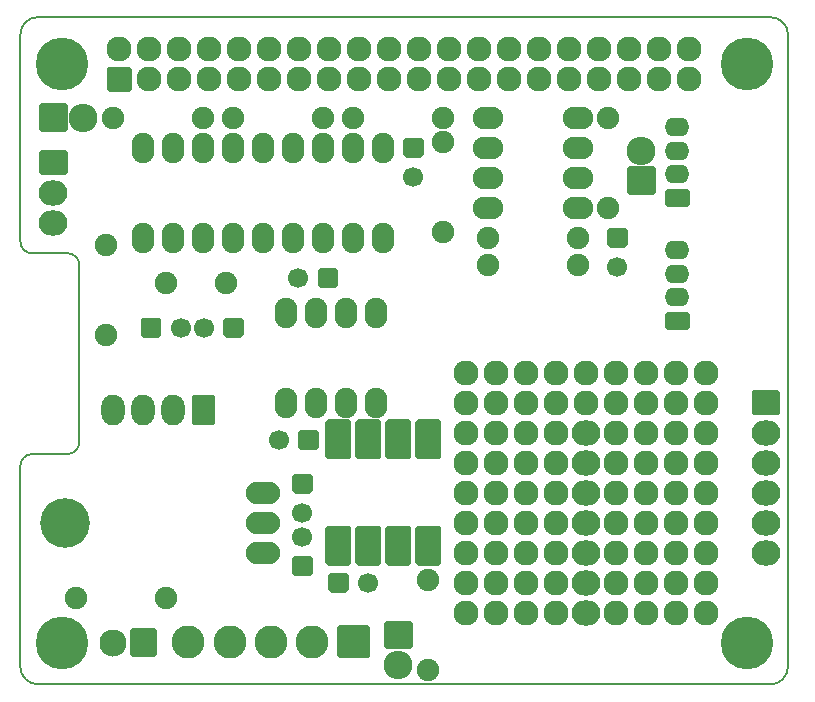
<source format=gbs>
%TF.GenerationSoftware,KiCad,Pcbnew,5.1.10-88a1d61d58~88~ubuntu20.04.1*%
%TF.CreationDate,2021-05-27T11:01:54+02:00*%
%TF.ProjectId,RPi-MCP2515,5250692d-4d43-4503-9235-31352e6b6963,rev?*%
%TF.SameCoordinates,Original*%
%TF.FileFunction,Soldermask,Bot*%
%TF.FilePolarity,Negative*%
%FSLAX46Y46*%
G04 Gerber Fmt 4.6, Leading zero omitted, Abs format (unit mm)*
G04 Created by KiCad (PCBNEW 5.1.10-88a1d61d58~88~ubuntu20.04.1) date 2021-05-27 11:01:54*
%MOMM*%
%LPD*%
G01*
G04 APERTURE LIST*
%TA.AperFunction,Profile*%
%ADD10C,0.150000*%
%TD*%
%ADD11C,4.464000*%
%ADD12O,2.099260X1.598880*%
%ADD13O,2.127200X2.127200*%
%ADD14O,1.901140X2.599640*%
%ADD15C,1.700000*%
%ADD16C,1.900000*%
%ADD17C,2.300000*%
%ADD18O,2.432000X2.432000*%
%ADD19O,2.899360X1.901140*%
%ADD20C,4.199840*%
%ADD21C,2.127200*%
%ADD22O,2.432000X2.127200*%
%ADD23O,2.000200X2.597100*%
%ADD24C,2.800000*%
%ADD25O,2.599640X1.901140*%
G04 APERTURE END LIST*
D10*
X129500000Y-71500000D02*
X191500000Y-71500000D01*
X128000000Y-90500000D02*
X128000000Y-73000000D01*
X128000000Y-90500000D02*
G75*
G03*
X129000000Y-91500000I1000000J0D01*
G01*
X129000000Y-91500000D02*
X132000000Y-91500000D01*
X133000000Y-92500000D02*
G75*
G03*
X132000000Y-91500000I-1000000J0D01*
G01*
X133000000Y-107500000D02*
X133000000Y-92500000D01*
X128000000Y-126500000D02*
X128000000Y-109500000D01*
X129000000Y-108500000D02*
X132000000Y-108500000D01*
X132000000Y-108500000D02*
G75*
G03*
X133000000Y-107500000I0J1000000D01*
G01*
X129000000Y-108500000D02*
G75*
G03*
X128000000Y-109500000I0J-1000000D01*
G01*
X191500000Y-128000000D02*
X129500000Y-128000000D01*
X193000000Y-73000000D02*
X193000000Y-126500000D01*
X129500000Y-71500000D02*
G75*
G03*
X128000000Y-73000000I0J-1500000D01*
G01*
X128000000Y-126500000D02*
G75*
G03*
X129500000Y-128000000I1500000J0D01*
G01*
X191500000Y-128000000D02*
G75*
G03*
X193000000Y-126500000I0J1500000D01*
G01*
X193000000Y-73000000D02*
G75*
G03*
X191500000Y-71500000I-1500000J0D01*
G01*
D11*
%TO.C,REF\u002A\u002A*%
X189500000Y-75500000D03*
%TD*%
%TO.C,P5*%
G36*
G01*
X184491630Y-98033180D02*
X182792370Y-98033180D01*
G75*
G02*
X182592370Y-97833180I0J200000D01*
G01*
X182592370Y-96634300D01*
G75*
G02*
X182792370Y-96434300I200000J0D01*
G01*
X184491630Y-96434300D01*
G75*
G02*
X184691630Y-96634300I0J-200000D01*
G01*
X184691630Y-97833180D01*
G75*
G02*
X184491630Y-98033180I-200000J0D01*
G01*
G37*
D12*
X183642000Y-95234760D03*
X183642000Y-93233240D03*
X183642000Y-91234260D03*
%TD*%
D11*
%TO.C,REF\u002A\u002A*%
X131500000Y-124500000D03*
%TD*%
%TO.C,REF\u002A\u002A*%
X131500000Y-75500000D03*
%TD*%
%TO.C,P1*%
G36*
G01*
X135309000Y-77622400D02*
X135309000Y-75895200D01*
G75*
G02*
X135509000Y-75695200I200000J0D01*
G01*
X137236200Y-75695200D01*
G75*
G02*
X137436200Y-75895200I0J-200000D01*
G01*
X137436200Y-77622400D01*
G75*
G02*
X137236200Y-77822400I-200000J0D01*
G01*
X135509000Y-77822400D01*
G75*
G02*
X135309000Y-77622400I0J200000D01*
G01*
G37*
D13*
X136372600Y-74218800D03*
X138912600Y-76758800D03*
X138912600Y-74218800D03*
X141452600Y-76758800D03*
X141452600Y-74218800D03*
X143992600Y-76758800D03*
X143992600Y-74218800D03*
X146532600Y-76758800D03*
X146532600Y-74218800D03*
X149072600Y-76758800D03*
X149072600Y-74218800D03*
X151612600Y-76758800D03*
X151612600Y-74218800D03*
X154152600Y-76758800D03*
X154152600Y-74218800D03*
X156692600Y-76758800D03*
X156692600Y-74218800D03*
X159232600Y-76758800D03*
X159232600Y-74218800D03*
X161772600Y-76758800D03*
X161772600Y-74218800D03*
X164312600Y-76758800D03*
X164312600Y-74218800D03*
X166852600Y-76758800D03*
X166852600Y-74218800D03*
X169392600Y-76758800D03*
X169392600Y-74218800D03*
X171932600Y-76758800D03*
X171932600Y-74218800D03*
X174472600Y-76758800D03*
X174472600Y-74218800D03*
X177012600Y-76758800D03*
X177012600Y-74218800D03*
X179552600Y-76758800D03*
X179552600Y-74218800D03*
X182092600Y-76758800D03*
X182092600Y-74218800D03*
X184632600Y-76758800D03*
X184632600Y-74218800D03*
%TD*%
D14*
%TO.C,U2*%
X150495000Y-96520000D03*
X153035000Y-96520000D03*
X155575000Y-96520000D03*
X158115000Y-96520000D03*
X158115000Y-104140000D03*
X155575000Y-104140000D03*
X153035000Y-104140000D03*
X150495000Y-104140000D03*
%TD*%
%TO.C,C3*%
G36*
G01*
X160640000Y-81700000D02*
X161940000Y-81700000D01*
G75*
G02*
X162140000Y-81900000I0J-200000D01*
G01*
X162140000Y-83200000D01*
G75*
G02*
X161940000Y-83400000I-200000J0D01*
G01*
X160640000Y-83400000D01*
G75*
G02*
X160440000Y-83200000I0J200000D01*
G01*
X160440000Y-81900000D01*
G75*
G02*
X160640000Y-81700000I200000J0D01*
G01*
G37*
D15*
X161290000Y-85050000D03*
%TD*%
D16*
%TO.C,R1*%
X146050000Y-80010000D03*
X153670000Y-80010000D03*
%TD*%
%TO.C,C1*%
G36*
G01*
X146900000Y-97140000D02*
X146900000Y-98440000D01*
G75*
G02*
X146700000Y-98640000I-200000J0D01*
G01*
X145400000Y-98640000D01*
G75*
G02*
X145200000Y-98440000I0J200000D01*
G01*
X145200000Y-97140000D01*
G75*
G02*
X145400000Y-96940000I200000J0D01*
G01*
X146700000Y-96940000D01*
G75*
G02*
X146900000Y-97140000I0J-200000D01*
G01*
G37*
D15*
X143550000Y-97790000D03*
%TD*%
%TO.C,C2*%
G36*
G01*
X138215000Y-98440000D02*
X138215000Y-97140000D01*
G75*
G02*
X138415000Y-96940000I200000J0D01*
G01*
X139715000Y-96940000D01*
G75*
G02*
X139915000Y-97140000I0J-200000D01*
G01*
X139915000Y-98440000D01*
G75*
G02*
X139715000Y-98640000I-200000J0D01*
G01*
X138415000Y-98640000D01*
G75*
G02*
X138215000Y-98440000I0J200000D01*
G01*
G37*
X141565000Y-97790000D03*
%TD*%
%TO.C,C4*%
G36*
G01*
X177912000Y-89320000D02*
X179212000Y-89320000D01*
G75*
G02*
X179412000Y-89520000I0J-200000D01*
G01*
X179412000Y-90820000D01*
G75*
G02*
X179212000Y-91020000I-200000J0D01*
G01*
X177912000Y-91020000D01*
G75*
G02*
X177712000Y-90820000I0J200000D01*
G01*
X177712000Y-89520000D01*
G75*
G02*
X177912000Y-89320000I200000J0D01*
G01*
G37*
X178562000Y-92670000D03*
%TD*%
D16*
%TO.C,R3*%
X163830000Y-80010000D03*
X156210000Y-80010000D03*
%TD*%
%TO.C,R4*%
X135255000Y-90805000D03*
X135255000Y-98425000D03*
%TD*%
%TO.C,C5*%
G36*
G01*
X154901000Y-92923600D02*
X154901000Y-94223600D01*
G75*
G02*
X154701000Y-94423600I-200000J0D01*
G01*
X153401000Y-94423600D01*
G75*
G02*
X153201000Y-94223600I0J200000D01*
G01*
X153201000Y-92923600D01*
G75*
G02*
X153401000Y-92723600I200000J0D01*
G01*
X154701000Y-92723600D01*
G75*
G02*
X154901000Y-92923600I0J-200000D01*
G01*
G37*
D15*
X151551000Y-93573600D03*
%TD*%
D16*
%TO.C,R2*%
X135890000Y-80010000D03*
X143510000Y-80010000D03*
%TD*%
D11*
%TO.C,REF\u002A\u002A*%
X189500000Y-124500000D03*
%TD*%
%TO.C,C6*%
G36*
G01*
X151242000Y-110148000D02*
X152542000Y-110148000D01*
G75*
G02*
X152742000Y-110348000I0J-200000D01*
G01*
X152742000Y-111648000D01*
G75*
G02*
X152542000Y-111848000I-200000J0D01*
G01*
X151242000Y-111848000D01*
G75*
G02*
X151042000Y-111648000I0J200000D01*
G01*
X151042000Y-110348000D01*
G75*
G02*
X151242000Y-110148000I200000J0D01*
G01*
G37*
D15*
X151892000Y-113498000D03*
%TD*%
%TO.C,C7*%
G36*
G01*
X152542000Y-118833000D02*
X151242000Y-118833000D01*
G75*
G02*
X151042000Y-118633000I0J200000D01*
G01*
X151042000Y-117333000D01*
G75*
G02*
X151242000Y-117133000I200000J0D01*
G01*
X152542000Y-117133000D01*
G75*
G02*
X152742000Y-117333000I0J-200000D01*
G01*
X152742000Y-118633000D01*
G75*
G02*
X152542000Y-118833000I-200000J0D01*
G01*
G37*
X151892000Y-115483000D03*
%TD*%
%TO.C,D1*%
G36*
G01*
X137480000Y-123260000D02*
X139380000Y-123260000D01*
G75*
G02*
X139580000Y-123460000I0J-200000D01*
G01*
X139580000Y-125460000D01*
G75*
G02*
X139380000Y-125660000I-200000J0D01*
G01*
X137480000Y-125660000D01*
G75*
G02*
X137280000Y-125460000I0J200000D01*
G01*
X137280000Y-123460000D01*
G75*
G02*
X137480000Y-123260000I200000J0D01*
G01*
G37*
D17*
X135890000Y-124460000D03*
%TD*%
%TO.C,P6*%
G36*
G01*
X161236000Y-122809000D02*
X161236000Y-124841000D01*
G75*
G02*
X161036000Y-125041000I-200000J0D01*
G01*
X159004000Y-125041000D01*
G75*
G02*
X158804000Y-124841000I0J200000D01*
G01*
X158804000Y-122809000D01*
G75*
G02*
X159004000Y-122609000I200000J0D01*
G01*
X161036000Y-122609000D01*
G75*
G02*
X161236000Y-122809000I0J-200000D01*
G01*
G37*
D18*
X160020000Y-126365000D03*
%TD*%
D16*
%TO.C,R5*%
X132715000Y-120650000D03*
X140335000Y-120650000D03*
%TD*%
D19*
%TO.C,U7*%
X148590000Y-114300000D03*
X148590000Y-111760000D03*
X148590000Y-116840000D03*
D20*
X131826000Y-114300000D03*
%TD*%
%TO.C,U6*%
G36*
G01*
X153840000Y-108760000D02*
X153840000Y-105760000D01*
G75*
G02*
X154040000Y-105560000I200000J0D01*
G01*
X155840000Y-105560000D01*
G75*
G02*
X156040000Y-105760000I0J-200000D01*
G01*
X156040000Y-108760000D01*
G75*
G02*
X155840000Y-108960000I-200000J0D01*
G01*
X154040000Y-108960000D01*
G75*
G02*
X153840000Y-108760000I0J200000D01*
G01*
G37*
G36*
G01*
X156380000Y-108760000D02*
X156380000Y-105760000D01*
G75*
G02*
X156580000Y-105560000I200000J0D01*
G01*
X158380000Y-105560000D01*
G75*
G02*
X158580000Y-105760000I0J-200000D01*
G01*
X158580000Y-108760000D01*
G75*
G02*
X158380000Y-108960000I-200000J0D01*
G01*
X156580000Y-108960000D01*
G75*
G02*
X156380000Y-108760000I0J200000D01*
G01*
G37*
G36*
G01*
X158920000Y-108760000D02*
X158920000Y-105760000D01*
G75*
G02*
X159120000Y-105560000I200000J0D01*
G01*
X160920000Y-105560000D01*
G75*
G02*
X161120000Y-105760000I0J-200000D01*
G01*
X161120000Y-108760000D01*
G75*
G02*
X160920000Y-108960000I-200000J0D01*
G01*
X159120000Y-108960000D01*
G75*
G02*
X158920000Y-108760000I0J200000D01*
G01*
G37*
G36*
G01*
X161460000Y-108760000D02*
X161460000Y-105760000D01*
G75*
G02*
X161660000Y-105560000I200000J0D01*
G01*
X163460000Y-105560000D01*
G75*
G02*
X163660000Y-105760000I0J-200000D01*
G01*
X163660000Y-108760000D01*
G75*
G02*
X163460000Y-108960000I-200000J0D01*
G01*
X161660000Y-108960000D01*
G75*
G02*
X161460000Y-108760000I0J200000D01*
G01*
G37*
G36*
G01*
X161460000Y-117760000D02*
X161460000Y-114760000D01*
G75*
G02*
X161660000Y-114560000I200000J0D01*
G01*
X163460000Y-114560000D01*
G75*
G02*
X163660000Y-114760000I0J-200000D01*
G01*
X163660000Y-117760000D01*
G75*
G02*
X163460000Y-117960000I-200000J0D01*
G01*
X161660000Y-117960000D01*
G75*
G02*
X161460000Y-117760000I0J200000D01*
G01*
G37*
G36*
G01*
X158920000Y-117760000D02*
X158920000Y-114760000D01*
G75*
G02*
X159120000Y-114560000I200000J0D01*
G01*
X160920000Y-114560000D01*
G75*
G02*
X161120000Y-114760000I0J-200000D01*
G01*
X161120000Y-117760000D01*
G75*
G02*
X160920000Y-117960000I-200000J0D01*
G01*
X159120000Y-117960000D01*
G75*
G02*
X158920000Y-117760000I0J200000D01*
G01*
G37*
G36*
G01*
X156380000Y-117760000D02*
X156380000Y-114760000D01*
G75*
G02*
X156580000Y-114560000I200000J0D01*
G01*
X158380000Y-114560000D01*
G75*
G02*
X158580000Y-114760000I0J-200000D01*
G01*
X158580000Y-117760000D01*
G75*
G02*
X158380000Y-117960000I-200000J0D01*
G01*
X156580000Y-117960000D01*
G75*
G02*
X156380000Y-117760000I0J200000D01*
G01*
G37*
G36*
G01*
X153840000Y-117760000D02*
X153840000Y-114760000D01*
G75*
G02*
X154040000Y-114560000I200000J0D01*
G01*
X155840000Y-114560000D01*
G75*
G02*
X156040000Y-114760000I0J-200000D01*
G01*
X156040000Y-117760000D01*
G75*
G02*
X155840000Y-117960000I-200000J0D01*
G01*
X154040000Y-117960000D01*
G75*
G02*
X153840000Y-117760000I0J200000D01*
G01*
G37*
%TD*%
D16*
%TO.C,Y1*%
X145415000Y-93980000D03*
X140335000Y-93980000D03*
%TD*%
D14*
%TO.C,U1*%
X158750000Y-90170000D03*
X156210000Y-90170000D03*
X153670000Y-90170000D03*
X151130000Y-90170000D03*
X148590000Y-90170000D03*
X146050000Y-90170000D03*
X143510000Y-90170000D03*
X140970000Y-90170000D03*
X138430000Y-90170000D03*
X138430000Y-82550000D03*
X140970000Y-82550000D03*
X143510000Y-82550000D03*
X146050000Y-82550000D03*
X148590000Y-82550000D03*
X151130000Y-82550000D03*
X153670000Y-82550000D03*
X156210000Y-82550000D03*
X158750000Y-82550000D03*
%TD*%
D16*
%TO.C,R13*%
X162560000Y-126746000D03*
X162560000Y-119126000D03*
%TD*%
D21*
%TO.C,P12*%
X175895000Y-104140000D03*
D22*
X175895000Y-106680000D03*
X175895000Y-109220000D03*
X175895000Y-111760000D03*
X175895000Y-114300000D03*
X175895000Y-116840000D03*
X175895000Y-119380000D03*
X175895000Y-121920000D03*
%TD*%
D21*
%TO.C,P13*%
X180975000Y-104140000D03*
D13*
X178435000Y-104140000D03*
X180975000Y-106680000D03*
X178435000Y-106680000D03*
X180975000Y-109220000D03*
X178435000Y-109220000D03*
X180975000Y-111760000D03*
X178435000Y-111760000D03*
X180975000Y-114300000D03*
X178435000Y-114300000D03*
X180975000Y-116840000D03*
X178435000Y-116840000D03*
X180975000Y-119380000D03*
X178435000Y-119380000D03*
X180975000Y-121920000D03*
X178435000Y-121920000D03*
%TD*%
D21*
%TO.C,P14*%
X186055000Y-104140000D03*
D13*
X183515000Y-104140000D03*
X186055000Y-106680000D03*
X183515000Y-106680000D03*
X186055000Y-109220000D03*
X183515000Y-109220000D03*
X186055000Y-111760000D03*
X183515000Y-111760000D03*
X186055000Y-114300000D03*
X183515000Y-114300000D03*
X186055000Y-116840000D03*
X183515000Y-116840000D03*
X186055000Y-119380000D03*
X183515000Y-119380000D03*
X186055000Y-121920000D03*
X183515000Y-121920000D03*
%TD*%
D16*
%TO.C,R14*%
X163830000Y-82042000D03*
X163830000Y-89662000D03*
%TD*%
%TO.C,R15*%
X175260000Y-92456000D03*
X167640000Y-92456000D03*
%TD*%
%TO.C,R24*%
X177800000Y-87630000D03*
X177800000Y-80010000D03*
%TD*%
%TO.C,R25*%
X175260000Y-90170000D03*
X167640000Y-90170000D03*
%TD*%
D21*
%TO.C,P10*%
X168275000Y-104140000D03*
D13*
X165735000Y-104140000D03*
X168275000Y-106680000D03*
X165735000Y-106680000D03*
X168275000Y-109220000D03*
X165735000Y-109220000D03*
X168275000Y-111760000D03*
X165735000Y-111760000D03*
X168275000Y-114300000D03*
X165735000Y-114300000D03*
X168275000Y-116840000D03*
X165735000Y-116840000D03*
X168275000Y-119380000D03*
X165735000Y-119380000D03*
X168275000Y-121920000D03*
X165735000Y-121920000D03*
%TD*%
D21*
%TO.C,P11*%
X173355000Y-104140000D03*
D13*
X170815000Y-104140000D03*
X173355000Y-106680000D03*
X170815000Y-106680000D03*
X173355000Y-109220000D03*
X170815000Y-109220000D03*
X173355000Y-111760000D03*
X170815000Y-111760000D03*
X173355000Y-114300000D03*
X170815000Y-114300000D03*
X173355000Y-116840000D03*
X170815000Y-116840000D03*
X173355000Y-119380000D03*
X170815000Y-119380000D03*
X173355000Y-121920000D03*
X170815000Y-121920000D03*
%TD*%
%TO.C,P2*%
G36*
G01*
X129794000Y-78794000D02*
X131826000Y-78794000D01*
G75*
G02*
X132026000Y-78994000I0J-200000D01*
G01*
X132026000Y-81026000D01*
G75*
G02*
X131826000Y-81226000I-200000J0D01*
G01*
X129794000Y-81226000D01*
G75*
G02*
X129594000Y-81026000I0J200000D01*
G01*
X129594000Y-78994000D01*
G75*
G02*
X129794000Y-78794000I200000J0D01*
G01*
G37*
D18*
X133350000Y-80010000D03*
%TD*%
%TO.C,C8*%
G36*
G01*
X153250000Y-106665000D02*
X153250000Y-107965000D01*
G75*
G02*
X153050000Y-108165000I-200000J0D01*
G01*
X151750000Y-108165000D01*
G75*
G02*
X151550000Y-107965000I0J200000D01*
G01*
X151550000Y-106665000D01*
G75*
G02*
X151750000Y-106465000I200000J0D01*
G01*
X153050000Y-106465000D01*
G75*
G02*
X153250000Y-106665000I0J-200000D01*
G01*
G37*
D15*
X149900000Y-107315000D03*
%TD*%
%TO.C,C9*%
G36*
G01*
X154090000Y-120030000D02*
X154090000Y-118730000D01*
G75*
G02*
X154290000Y-118530000I200000J0D01*
G01*
X155590000Y-118530000D01*
G75*
G02*
X155790000Y-118730000I0J-200000D01*
G01*
X155790000Y-120030000D01*
G75*
G02*
X155590000Y-120230000I-200000J0D01*
G01*
X154290000Y-120230000D01*
G75*
G02*
X154090000Y-120030000I0J200000D01*
G01*
G37*
X157440000Y-119380000D03*
%TD*%
%TO.C,P16*%
G36*
G01*
X144510100Y-103676450D02*
X144510100Y-105873550D01*
G75*
G02*
X144310100Y-106073550I-200000J0D01*
G01*
X142709900Y-106073550D01*
G75*
G02*
X142509900Y-105873550I0J200000D01*
G01*
X142509900Y-103676450D01*
G75*
G02*
X142709900Y-103476450I200000J0D01*
G01*
X144310100Y-103476450D01*
G75*
G02*
X144510100Y-103676450I0J-200000D01*
G01*
G37*
D23*
X140970000Y-104775000D03*
X138430000Y-104775000D03*
X135890000Y-104775000D03*
%TD*%
%TO.C,P9*%
G36*
G01*
X184491630Y-87619180D02*
X182792370Y-87619180D01*
G75*
G02*
X182592370Y-87419180I0J200000D01*
G01*
X182592370Y-86220300D01*
G75*
G02*
X182792370Y-86020300I200000J0D01*
G01*
X184491630Y-86020300D01*
G75*
G02*
X184691630Y-86220300I0J-200000D01*
G01*
X184691630Y-87419180D01*
G75*
G02*
X184491630Y-87619180I-200000J0D01*
G01*
G37*
D12*
X183642000Y-84820760D03*
X183642000Y-82819240D03*
X183642000Y-80820260D03*
%TD*%
D21*
%TO.C,P4*%
X165735000Y-101600000D03*
X168275000Y-101600000D03*
X170815000Y-101600000D03*
X173355000Y-101600000D03*
D13*
X175895000Y-101600000D03*
X178435000Y-101600000D03*
D21*
X180975000Y-101600000D03*
D13*
X183515000Y-101600000D03*
D21*
X186055000Y-101600000D03*
%TD*%
%TO.C,P8*%
G36*
G01*
X181810000Y-84328000D02*
X181810000Y-86360000D01*
G75*
G02*
X181610000Y-86560000I-200000J0D01*
G01*
X179578000Y-86560000D01*
G75*
G02*
X179378000Y-86360000I0J200000D01*
G01*
X179378000Y-84328000D01*
G75*
G02*
X179578000Y-84128000I200000J0D01*
G01*
X181610000Y-84128000D01*
G75*
G02*
X181810000Y-84328000I0J-200000D01*
G01*
G37*
D18*
X180594000Y-82804000D03*
%TD*%
%TO.C,P3*%
G36*
G01*
X132026000Y-82956400D02*
X132026000Y-84683600D01*
G75*
G02*
X131826000Y-84883600I-200000J0D01*
G01*
X129794000Y-84883600D01*
G75*
G02*
X129594000Y-84683600I0J200000D01*
G01*
X129594000Y-82956400D01*
G75*
G02*
X129794000Y-82756400I200000J0D01*
G01*
X131826000Y-82756400D01*
G75*
G02*
X132026000Y-82956400I0J-200000D01*
G01*
G37*
D22*
X130810000Y-86360000D03*
X130810000Y-88900000D03*
%TD*%
D24*
%TO.C,P7*%
X152725000Y-124395000D03*
G36*
G01*
X154825000Y-125595000D02*
X154825000Y-123195000D01*
G75*
G02*
X155025000Y-122995000I200000J0D01*
G01*
X157425000Y-122995000D01*
G75*
G02*
X157625000Y-123195000I0J-200000D01*
G01*
X157625000Y-125595000D01*
G75*
G02*
X157425000Y-125795000I-200000J0D01*
G01*
X155025000Y-125795000D01*
G75*
G02*
X154825000Y-125595000I0J200000D01*
G01*
G37*
X149225000Y-124395000D03*
X145725000Y-124395000D03*
X142225000Y-124395000D03*
%TD*%
D25*
%TO.C,U3*%
X167640000Y-87630000D03*
X167640000Y-85090000D03*
X167640000Y-82550000D03*
X167640000Y-80010000D03*
X175260000Y-80010000D03*
X175260000Y-82550000D03*
X175260000Y-85090000D03*
X175260000Y-87630000D03*
%TD*%
%TO.C,P15*%
G36*
G01*
X190119000Y-103076400D02*
X192151000Y-103076400D01*
G75*
G02*
X192351000Y-103276400I0J-200000D01*
G01*
X192351000Y-105003600D01*
G75*
G02*
X192151000Y-105203600I-200000J0D01*
G01*
X190119000Y-105203600D01*
G75*
G02*
X189919000Y-105003600I0J200000D01*
G01*
X189919000Y-103276400D01*
G75*
G02*
X190119000Y-103076400I200000J0D01*
G01*
G37*
D22*
X191135000Y-106680000D03*
X191135000Y-109220000D03*
X191135000Y-111760000D03*
X191135000Y-114300000D03*
X191135000Y-116840000D03*
%TD*%
M02*

</source>
